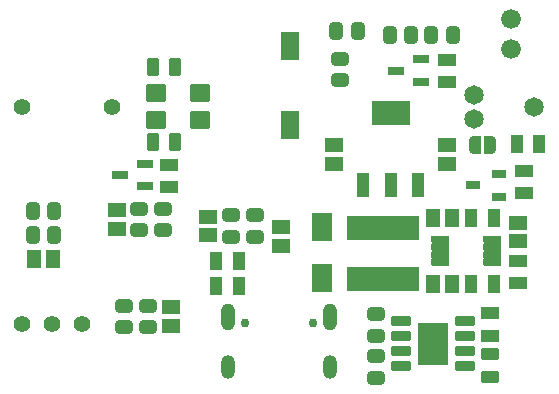
<source format=gbr>
%TF.GenerationSoftware,KiCad,Pcbnew,8.0.8*%
%TF.CreationDate,2025-02-11T19:44:29+01:00*%
%TF.ProjectId,PixelBytesHost,50697865-6c42-4797-9465-73486f73742e,rev?*%
%TF.SameCoordinates,Original*%
%TF.FileFunction,Soldermask,Bot*%
%TF.FilePolarity,Negative*%
%FSLAX46Y46*%
G04 Gerber Fmt 4.6, Leading zero omitted, Abs format (unit mm)*
G04 Created by KiCad (PCBNEW 8.0.8) date 2025-02-11 19:44:29*
%MOMM*%
%LPD*%
G01*
G04 APERTURE LIST*
G04 Aperture macros list*
%AMRoundRect*
0 Rectangle with rounded corners*
0 $1 Rounding radius*
0 $2 $3 $4 $5 $6 $7 $8 $9 X,Y pos of 4 corners*
0 Add a 4 corners polygon primitive as box body*
4,1,4,$2,$3,$4,$5,$6,$7,$8,$9,$2,$3,0*
0 Add four circle primitives for the rounded corners*
1,1,$1+$1,$2,$3*
1,1,$1+$1,$4,$5*
1,1,$1+$1,$6,$7*
1,1,$1+$1,$8,$9*
0 Add four rect primitives between the rounded corners*
20,1,$1+$1,$2,$3,$4,$5,0*
20,1,$1+$1,$4,$5,$6,$7,0*
20,1,$1+$1,$6,$7,$8,$9,0*
20,1,$1+$1,$8,$9,$2,$3,0*%
%AMFreePoly0*
4,1,35,0.535355,0.785355,0.550000,0.750000,0.550000,-0.750000,0.535355,-0.785355,0.500000,-0.800000,0.000000,-0.800000,-0.012286,-0.794911,-0.071157,-0.794911,-0.085244,-0.792886,-0.221795,-0.752791,-0.234740,-0.746879,-0.354462,-0.669938,-0.365217,-0.660618,-0.458414,-0.553063,-0.466109,-0.541091,-0.525228,-0.411637,-0.529237,-0.397982,-0.549491,-0.257116,-0.550000,-0.250000,-0.550000,0.250000,
-0.549491,0.257116,-0.529237,0.397982,-0.525228,0.411637,-0.466109,0.541091,-0.458414,0.553063,-0.365217,0.660618,-0.354462,0.669938,-0.234740,0.746879,-0.221795,0.752791,-0.085244,0.792886,-0.071157,0.794911,-0.012286,0.794911,0.000000,0.800000,0.500000,0.800000,0.535355,0.785355,0.535355,0.785355,$1*%
%AMFreePoly1*
4,1,35,0.012286,0.794911,0.071157,0.794911,0.085244,0.792886,0.221795,0.752791,0.234740,0.746879,0.354462,0.669938,0.365217,0.660618,0.458414,0.553063,0.466109,0.541091,0.525228,0.411637,0.529237,0.397982,0.549491,0.257116,0.550000,0.250000,0.550000,-0.250000,0.549491,-0.257116,0.529237,-0.397982,0.525228,-0.411637,0.466109,-0.541091,0.458414,-0.553063,0.365217,-0.660618,
0.354462,-0.669938,0.234740,-0.746879,0.221795,-0.752791,0.085244,-0.792886,0.071157,-0.794911,0.012286,-0.794911,0.000000,-0.800000,-0.500000,-0.800000,-0.535355,-0.785355,-0.550000,-0.750000,-0.550000,0.750000,-0.535355,0.785355,-0.500000,0.800000,0.000000,0.800000,0.012286,0.794911,0.012286,0.794911,$1*%
G04 Aperture macros list end*
%ADD10C,0.100000*%
%ADD11C,1.650000*%
%ADD12C,0.750000*%
%ADD13O,1.204000X2.304000*%
%ADD14O,1.204000X2.004000*%
%ADD15RoundRect,0.275000X0.500000X-0.275000X0.500000X0.275000X-0.500000X0.275000X-0.500000X-0.275000X0*%
%ADD16RoundRect,0.275000X-0.275000X-0.500000X0.275000X-0.500000X0.275000X0.500000X-0.275000X0.500000X0*%
%ADD17RoundRect,0.275000X0.275000X0.500000X-0.275000X0.500000X-0.275000X-0.500000X0.275000X-0.500000X0*%
%ADD18RoundRect,0.050000X0.762500X-0.350000X0.762500X0.350000X-0.762500X0.350000X-0.762500X-0.350000X0*%
%ADD19RoundRect,0.050000X1.256500X1.701000X-1.256500X1.701000X-1.256500X-1.701000X1.256500X-1.701000X0*%
%ADD20C,1.400000*%
%ADD21RoundRect,0.050000X0.625000X-0.300000X0.625000X0.300000X-0.625000X0.300000X-0.625000X-0.300000X0*%
%ADD22RoundRect,0.050000X-0.725000X0.500000X-0.725000X-0.500000X0.725000X-0.500000X0.725000X0.500000X0*%
%ADD23RoundRect,0.274390X-0.288110X-0.475610X0.288110X-0.475610X0.288110X0.475610X-0.288110X0.475610X0*%
%ADD24RoundRect,0.274390X0.475610X-0.288110X0.475610X0.288110X-0.475610X0.288110X-0.475610X-0.288110X0*%
%ADD25RoundRect,0.274390X-0.475610X0.288110X-0.475610X-0.288110X0.475610X-0.288110X0.475610X0.288110X0*%
%ADD26RoundRect,0.050000X0.725000X-0.500000X0.725000X0.500000X-0.725000X0.500000X-0.725000X-0.500000X0*%
%ADD27RoundRect,0.050000X-0.500000X-0.725000X0.500000X-0.725000X0.500000X0.725000X-0.500000X0.725000X0*%
%ADD28RoundRect,0.050000X3.000000X-1.005000X3.000000X1.005000X-3.000000X1.005000X-3.000000X-1.005000X0*%
%ADD29RoundRect,0.050000X-0.735000X0.510000X-0.735000X-0.510000X0.735000X-0.510000X0.735000X0.510000X0*%
%ADD30FreePoly0,0.000000*%
%ADD31FreePoly1,0.000000*%
%ADD32RoundRect,0.050000X0.525000X-0.300000X0.525000X0.300000X-0.525000X0.300000X-0.525000X-0.300000X0*%
%ADD33RoundRect,0.274390X0.288110X0.475610X-0.288110X0.475610X-0.288110X-0.475610X0.288110X-0.475610X0*%
%ADD34RoundRect,0.050000X0.735000X-0.510000X0.735000X0.510000X-0.735000X0.510000X-0.735000X-0.510000X0*%
%ADD35RoundRect,0.050000X-0.800000X0.700000X-0.800000X-0.700000X0.800000X-0.700000X0.800000X0.700000X0*%
%ADD36RoundRect,0.050000X0.500000X0.725000X-0.500000X0.725000X-0.500000X-0.725000X0.500000X-0.725000X0*%
%ADD37C,1.675000*%
%ADD38RoundRect,0.050000X0.510000X0.735000X-0.510000X0.735000X-0.510000X-0.735000X0.510000X-0.735000X0*%
%ADD39RoundRect,0.050000X0.750000X1.150000X-0.750000X1.150000X-0.750000X-1.150000X0.750000X-1.150000X0*%
%ADD40RoundRect,0.050000X0.700000X-0.225000X0.700000X0.225000X-0.700000X0.225000X-0.700000X-0.225000X0*%
%ADD41RoundRect,0.050000X-0.450000X-0.975000X0.450000X-0.975000X0.450000X0.975000X-0.450000X0.975000X0*%
%ADD42RoundRect,0.050000X1.600000X-0.975000X1.600000X0.975000X-1.600000X0.975000X-1.600000X-0.975000X0*%
%ADD43RoundRect,0.050000X0.775000X1.175000X-0.775000X1.175000X-0.775000X-1.175000X0.775000X-1.175000X0*%
%ADD44RoundRect,0.050000X-0.510000X-0.735000X0.510000X-0.735000X0.510000X0.735000X-0.510000X0.735000X0*%
G04 APERTURE END LIST*
D10*
X152900000Y-119250000D02*
X151500000Y-119250000D01*
X151500000Y-116850000D01*
X152900000Y-116850000D01*
X152900000Y-119250000D01*
G36*
X152900000Y-119250000D02*
G01*
X151500000Y-119250000D01*
X151500000Y-116850000D01*
X152900000Y-116850000D01*
X152900000Y-119250000D01*
G37*
X157300000Y-119250000D02*
X155900000Y-119250000D01*
X155900000Y-116850000D01*
X157300000Y-116850000D01*
X157300000Y-119250000D01*
G36*
X157300000Y-119250000D02*
G01*
X155900000Y-119250000D01*
X155900000Y-116850000D01*
X157300000Y-116850000D01*
X157300000Y-119250000D01*
G37*
D11*
%TO.C,J1*%
X160170000Y-105900000D03*
X155090000Y-106916000D03*
X155090000Y-104884000D03*
%TD*%
D12*
%TO.C,J3*%
X135660000Y-124165000D03*
X141440000Y-124165000D03*
D13*
X134230000Y-123665000D03*
X142870000Y-123665000D03*
D14*
X134230000Y-127845000D03*
X142870000Y-127845000D03*
%TD*%
D15*
%TO.C,C15*%
X156400000Y-128690000D03*
X156400000Y-126790000D03*
%TD*%
D16*
%TO.C,C8*%
X127850000Y-108800000D03*
X129750000Y-108800000D03*
%TD*%
D17*
%TO.C,C7*%
X129750000Y-102500000D03*
X127850000Y-102500000D03*
%TD*%
D18*
%TO.C,IC_BMS_TP1*%
X154312000Y-123995000D03*
X154312000Y-125265000D03*
X154312000Y-126535000D03*
X154312000Y-127805000D03*
X148888000Y-127805000D03*
X148888000Y-126535000D03*
X148888000Y-125265000D03*
X148888000Y-123995000D03*
D19*
X151600000Y-125900000D03*
%TD*%
D20*
%TO.C,LS1*%
X116800000Y-105900000D03*
X124400000Y-105900000D03*
%TD*%
D21*
%TO.C,Q2*%
X127200000Y-110690000D03*
X127200000Y-112600000D03*
X125100000Y-111645000D03*
%TD*%
D22*
%TO.C,R4*%
X129200000Y-110745000D03*
X129200000Y-112645000D03*
%TD*%
D23*
%TO.C,R10*%
X117687500Y-114700000D03*
X119512500Y-114700000D03*
%TD*%
D24*
%TO.C,R14*%
X125400000Y-124512500D03*
X125400000Y-122687500D03*
%TD*%
D25*
%TO.C,R13*%
X126700000Y-114487500D03*
X126700000Y-116312500D03*
%TD*%
%TO.C,R16*%
X136500000Y-115037500D03*
X136500000Y-116862500D03*
%TD*%
%TO.C,R23*%
X146800000Y-126987500D03*
X146800000Y-128812500D03*
%TD*%
D24*
%TO.C,R24*%
X146800000Y-125262500D03*
X146800000Y-123437500D03*
%TD*%
D26*
%TO.C,R21*%
X156400000Y-125250000D03*
X156400000Y-123350000D03*
%TD*%
D27*
%TO.C,R25*%
X133250000Y-118900000D03*
X135150000Y-118900000D03*
%TD*%
D28*
%TO.C,L1*%
X147400000Y-120400000D03*
X147400000Y-116100000D03*
%TD*%
D29*
%TO.C,C21*%
X138700000Y-116000000D03*
X138700000Y-117600000D03*
%TD*%
D23*
%TO.C,R3*%
X147937500Y-99800000D03*
X149762500Y-99800000D03*
%TD*%
D26*
%TO.C,R1*%
X152750000Y-103750000D03*
X152750000Y-101850000D03*
%TD*%
D30*
%TO.C,JP2*%
X155150000Y-109100000D03*
D31*
X156450000Y-109100000D03*
%TD*%
D23*
%TO.C,R9*%
X117687500Y-116700000D03*
X119512500Y-116700000D03*
%TD*%
D25*
%TO.C,R31*%
X143700000Y-101775000D03*
X143700000Y-103600000D03*
%TD*%
D24*
%TO.C,R11*%
X127430000Y-124512500D03*
X127430000Y-122687500D03*
%TD*%
D32*
%TO.C,Q3*%
X157200000Y-111550000D03*
X157200000Y-113450000D03*
X155000000Y-112500000D03*
%TD*%
D33*
%TO.C,R32*%
X145212500Y-99400000D03*
X143387500Y-99400000D03*
%TD*%
D34*
%TO.C,C12*%
X132575000Y-116750000D03*
X132575000Y-115150000D03*
%TD*%
D35*
%TO.C,Y1*%
X128100000Y-104650000D03*
X131900000Y-104650000D03*
X131900000Y-106950000D03*
X128100000Y-106950000D03*
%TD*%
D36*
%TO.C,R28*%
X156750000Y-120850000D03*
X154850000Y-120850000D03*
%TD*%
D24*
%TO.C,R15*%
X134500000Y-116862500D03*
X134500000Y-115037500D03*
%TD*%
D37*
%TO.C,J2*%
X158200000Y-98450000D03*
X158200000Y-100950000D03*
%TD*%
D23*
%TO.C,R2*%
X151437500Y-99800000D03*
X153262500Y-99800000D03*
%TD*%
D38*
%TO.C,C19*%
X153200000Y-120850000D03*
X151600000Y-120850000D03*
%TD*%
D22*
%TO.C,R27*%
X158800000Y-118900000D03*
X158800000Y-120800000D03*
%TD*%
D24*
%TO.C,R12*%
X128705000Y-116312500D03*
X128705000Y-114487500D03*
%TD*%
D39*
%TO.C,S1*%
X139500000Y-100700000D03*
X139500000Y-107400000D03*
%TD*%
D29*
%TO.C,C18*%
X158800000Y-115650000D03*
X158800000Y-117250000D03*
%TD*%
D38*
%TO.C,C20*%
X153200000Y-115250000D03*
X151600000Y-115250000D03*
%TD*%
D36*
%TO.C,R30*%
X160600000Y-109000000D03*
X158700000Y-109000000D03*
%TD*%
D40*
%TO.C,IC3*%
X156600000Y-117075000D03*
X156600000Y-117725000D03*
X156600000Y-118375000D03*
X156600000Y-119025000D03*
X152200000Y-119025000D03*
X152200000Y-118375000D03*
X152200000Y-117725000D03*
X152200000Y-117075000D03*
%TD*%
D20*
%TO.C,SW_Toggle1*%
X119300000Y-124225000D03*
X116760000Y-124225000D03*
X121840000Y-124225000D03*
%TD*%
D34*
%TO.C,C16*%
X152800000Y-110700000D03*
X152800000Y-109100000D03*
%TD*%
D41*
%TO.C,IC2*%
X150300000Y-112445000D03*
X148000000Y-112445000D03*
X145700000Y-112445000D03*
D42*
X148000000Y-106345000D03*
%TD*%
D27*
%TO.C,R26*%
X154850000Y-115250000D03*
X156750000Y-115250000D03*
%TD*%
%TO.C,R29*%
X133250000Y-121000000D03*
X135150000Y-121000000D03*
%TD*%
D34*
%TO.C,C17*%
X143200000Y-110700000D03*
X143200000Y-109100000D03*
%TD*%
D43*
%TO.C,D1*%
X142200000Y-116050000D03*
X142200000Y-120350000D03*
%TD*%
D34*
%TO.C,C10*%
X129400000Y-124400000D03*
X129400000Y-122800000D03*
%TD*%
D29*
%TO.C,C11*%
X124805000Y-114600000D03*
X124805000Y-116200000D03*
%TD*%
D26*
%TO.C,R22*%
X159300000Y-113150000D03*
X159300000Y-111250000D03*
%TD*%
D21*
%TO.C,Q1*%
X150600000Y-101845000D03*
X150600000Y-103755000D03*
X148500000Y-102800000D03*
%TD*%
D44*
%TO.C,C9*%
X117800000Y-118700000D03*
X119400000Y-118700000D03*
%TD*%
M02*

</source>
